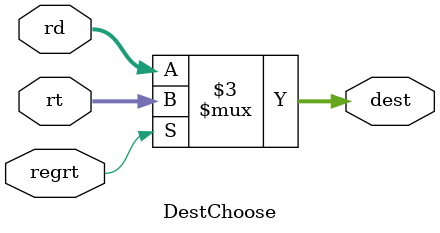
<source format=v>
`timescale 1ns / 1ps


module DestChoose(rd, rt, regrt, dest);

input [4:0] rd;
input [4:0] rt;
input regrt;
output reg [4:0] dest;

always @(*)
begin
    if (regrt)
        dest = rt;
    else
        dest = rd;
end
endmodule

</source>
